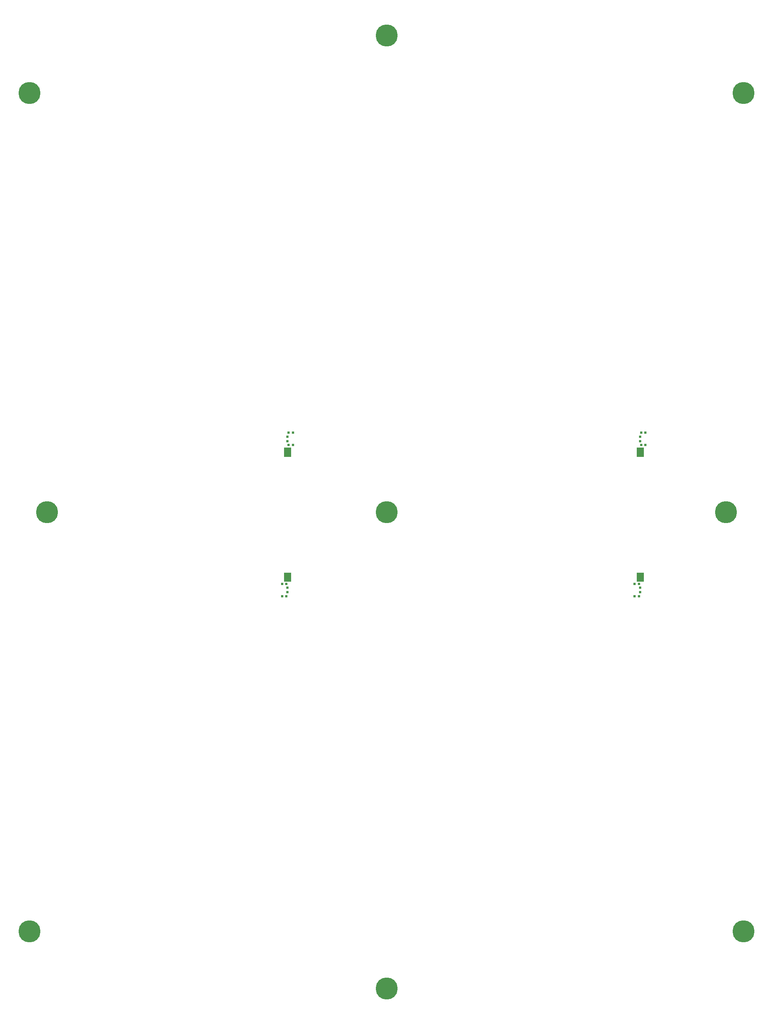
<source format=gbr>
%TF.GenerationSoftware,KiCad,Pcbnew,5.99.0-unknown-64afa3a42e~128~ubuntu20.04.1*%
%TF.CreationDate,2021-05-18T17:39:43-05:00*%
%TF.ProjectId,Feeds,46656564-732e-46b6-9963-61645f706362,rev?*%
%TF.SameCoordinates,Original*%
%TF.FileFunction,Soldermask,Bot*%
%TF.FilePolarity,Negative*%
%FSLAX46Y46*%
G04 Gerber Fmt 4.6, Leading zero omitted, Abs format (unit mm)*
G04 Created by KiCad (PCBNEW 5.99.0-unknown-64afa3a42e~128~ubuntu20.04.1) date 2021-05-18 17:39:43*
%MOMM*%
%LPD*%
G01*
G04 APERTURE LIST*
%ADD10C,0.000100*%
%ADD11C,5.000000*%
%ADD12C,2.900000*%
%ADD13R,0.560000X0.620000*%
%ADD14R,0.620000X0.560000*%
%ADD15C,1.565000*%
G04 APERTURE END LIST*
D10*
%TO.C,Feed4*%
X71312490Y-126706296D02*
X69748379Y-126706296D01*
X69748379Y-126706296D02*
X69748380Y-128705585D01*
X69748380Y-128705585D02*
X71312490Y-128705585D01*
X71312490Y-128705585D02*
X71312490Y-126706296D01*
G36*
X71312490Y-128705585D02*
G01*
X69748380Y-128705585D01*
X69748379Y-126706296D01*
X71312490Y-126706296D01*
X71312490Y-128705585D01*
G37*
X71312490Y-128705585D02*
X69748380Y-128705585D01*
X69748379Y-126706296D01*
X71312490Y-126706296D01*
X71312490Y-128705585D01*
%TO.C,Feed1*%
X69733510Y-100392704D02*
X71297621Y-100392704D01*
X71297621Y-100392704D02*
X71297620Y-98393415D01*
X71297620Y-98393415D02*
X69733510Y-98393415D01*
X69733510Y-98393415D02*
X69733510Y-100392704D01*
G36*
X71297621Y-100392704D02*
G01*
X69733510Y-100392704D01*
X69733510Y-98393415D01*
X71297620Y-98393415D01*
X71297621Y-100392704D01*
G37*
X71297621Y-100392704D02*
X69733510Y-100392704D01*
X69733510Y-98393415D01*
X71297620Y-98393415D01*
X71297621Y-100392704D01*
%TO.C,Feed3*%
X151313490Y-126706296D02*
X149749379Y-126706296D01*
X149749379Y-126706296D02*
X149749380Y-128705585D01*
X149749380Y-128705585D02*
X151313490Y-128705585D01*
X151313490Y-128705585D02*
X151313490Y-126706296D01*
G36*
X151313490Y-128705585D02*
G01*
X149749380Y-128705585D01*
X149749379Y-126706296D01*
X151313490Y-126706296D01*
X151313490Y-128705585D01*
G37*
X151313490Y-128705585D02*
X149749380Y-128705585D01*
X149749379Y-126706296D01*
X151313490Y-126706296D01*
X151313490Y-128705585D01*
%TO.C,Feed2*%
X149733510Y-100392704D02*
X151297621Y-100392704D01*
X151297621Y-100392704D02*
X151297620Y-98393415D01*
X151297620Y-98393415D02*
X149733510Y-98393415D01*
X149733510Y-98393415D02*
X149733510Y-100392704D01*
G36*
X151297621Y-100392704D02*
G01*
X149733510Y-100392704D01*
X149733510Y-98393415D01*
X151297620Y-98393415D01*
X151297621Y-100392704D01*
G37*
X151297621Y-100392704D02*
X149733510Y-100392704D01*
X149733510Y-98393415D01*
X151297620Y-98393415D01*
X151297621Y-100392704D01*
%TD*%
D11*
%TO.C,H10*%
X93000000Y-5000000D03*
D12*
X93000000Y-5000000D03*
%TD*%
%TO.C,H12*%
X170000000Y-113000000D03*
D11*
X170000000Y-113000000D03*
%TD*%
%TO.C,H12*%
X93000000Y-113000000D03*
D12*
X93000000Y-113000000D03*
%TD*%
D11*
%TO.C,H4*%
X174000000Y-208000000D03*
D12*
X174000000Y-208000000D03*
%TD*%
D11*
%TO.C,H9*%
X93000000Y-221000000D03*
D12*
X93000000Y-221000000D03*
%TD*%
D11*
%TO.C,H2*%
X174000000Y-18000000D03*
D12*
X174000000Y-18000000D03*
%TD*%
D11*
%TO.C,H3*%
X12000000Y-208000000D03*
D12*
X12000000Y-208000000D03*
%TD*%
%TO.C,H1*%
X12000000Y-18000000D03*
D11*
X12000000Y-18000000D03*
%TD*%
%TO.C,H11*%
X16000000Y-113000000D03*
D12*
X16000000Y-113000000D03*
%TD*%
D13*
%TO.C,>NAME*%
X150254000Y-129281000D03*
X149294000Y-129281000D03*
%TD*%
D14*
%TO.C,>NAME*%
X150530000Y-131129000D03*
X150530000Y-130169000D03*
%TD*%
D13*
%TO.C,>NAME*%
X70253000Y-129281000D03*
X69293000Y-129281000D03*
%TD*%
%TO.C,>NAME*%
X70254000Y-132063000D03*
X69294000Y-132063000D03*
%TD*%
%TO.C,>NAME*%
X150793000Y-97819000D03*
X151753000Y-97819000D03*
%TD*%
D15*
%TO.C,Feed4*%
X70530000Y-127704000D03*
%TD*%
D14*
%TO.C,>NAME*%
X150517000Y-95971000D03*
X150517000Y-96931000D03*
%TD*%
D13*
%TO.C,>NAME*%
X150255000Y-132063000D03*
X149295000Y-132063000D03*
%TD*%
%TO.C,>NAME*%
X70793000Y-97818000D03*
X71753000Y-97818000D03*
%TD*%
D15*
%TO.C,Feed1*%
X70516000Y-99395000D03*
%TD*%
D14*
%TO.C,>NAME*%
X70517000Y-95970000D03*
X70517000Y-96930000D03*
%TD*%
%TO.C,>NAME*%
X70529000Y-131129000D03*
X70529000Y-130169000D03*
%TD*%
D15*
%TO.C,Feed3*%
X150531000Y-127704000D03*
%TD*%
%TO.C,Feed2*%
X150516000Y-99395000D03*
%TD*%
D13*
%TO.C,>NAME*%
X70792000Y-95036000D03*
X71752000Y-95036000D03*
%TD*%
%TO.C,>NAME*%
X150792000Y-95037000D03*
X151752000Y-95037000D03*
%TD*%
M02*

</source>
